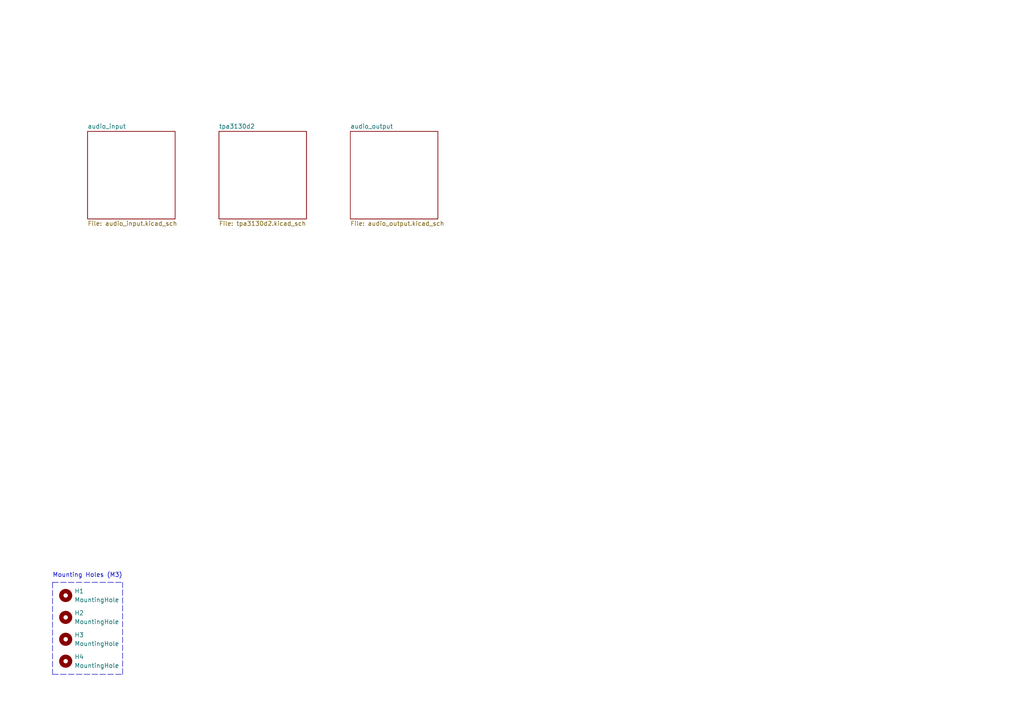
<source format=kicad_sch>
(kicad_sch (version 20231120) (generator "eeschema") (generator_version "8.0")
  (paper "A4")
  (lib_symbols
    (symbol "Mechanical:MountingHole" (pin_names (offset 1.016))
      (property "Reference" "H" (at 0 5.08 0))
      (property "Value" "MountingHole" (at 0 3.175 0))
      (symbol "MountingHole_0_1"
        (circle (center 0 0) (radius 1.27) (stroke (width 1.27)))
      )
    )
  )
  (polyline (pts (xy 35.56 195.58) (xy 35.56 168.91)) (stroke (width 0) (type dash)))
  (polyline (pts (xy 15.24 168.91) (xy 35.56 168.91)) (stroke (width 0) (type dash)))
  (polyline (pts (xy 15.24 168.91) (xy 15.24 195.58)) (stroke (width 0) (type dash)))
  (polyline (pts (xy 15.24 195.58) (xy 35.56 195.58)) (stroke (width 0) (type dash)))
  (text "Mounting Holes (M3)" (at 15.24 167.64 0) (effects (font (size 1.27 1.27)) (justify left bottom)))
  (symbol (lib_id "Mechanical:MountingHole") (at 19.05 185.42 0) (unit 1)
    (property "Reference" "H3" (at 21.59 184.1499 0) (effects (justify left)))
    (property "Value" "MountingHole" (at 21.59 186.6899 0) (effects (justify left)))
    (property "Footprint" "MountingHole:MountingHole_3.2mm_M3" (effects (hide yes)))
  )
  (symbol (lib_id "Mechanical:MountingHole") (at 19.05 172.72 0) (unit 1)
    (property "Reference" "H1" (at 21.59 171.4499 0) (effects (justify left)))
    (property "Value" "MountingHole" (at 21.59 173.9899 0) (effects (justify left)))
    (property "Footprint" "MountingHole:MountingHole_3.2mm_M3" (effects (hide yes)))
  )
  (symbol (lib_id "Mechanical:MountingHole") (at 19.05 191.77 0) (unit 1)
    (property "Reference" "H4" (at 21.59 190.4999 0) (effects (justify left)))
    (property "Value" "MountingHole" (at 21.59 193.0399 0) (effects (justify left)))
    (property "Footprint" "MountingHole:MountingHole_3.2mm_M3" (effects (hide yes)))
  )
  (symbol (lib_id "Mechanical:MountingHole") (at 19.05 179.07 0) (unit 1)
    (property "Reference" "H2" (at 21.59 177.7999 0) (effects (justify left)))
    (property "Value" "MountingHole" (at 21.59 180.3399 0) (effects (justify left)))
    (property "Footprint" "MountingHole:MountingHole_3.2mm_M3" (effects (hide yes)))
  )
  (sheet (at 63.5 38.1) (size 25.4 25.4) (stroke (width 0.1524))
    (property "Sheetname" "tpa3130d2" (at 63.5 37.3884 0) (effects (justify left bottom)))
    (property "Sheetfile" "tpa3130d2.kicad_sch" (at 63.5 64.0846 0) (effects (justify left top)))
  )
  (sheet (at 25.4 38.1) (size 25.4 25.4) (stroke (width 0.1524))
    (property "Sheetname" "audio_input" (at 25.4 37.3884 0) (effects (justify left bottom)))
    (property "Sheetfile" "audio_input.kicad_sch" (at 25.4 64.0846 0) (effects (justify left top)))
  )
  (sheet (at 101.6 38.1) (size 25.4 25.4) (stroke (width 0.1524))
    (property "Sheetname" "audio_output" (at 101.6 37.3884 0) (effects (justify left bottom)))
    (property "Sheetfile" "audio_output.kicad_sch" (at 101.6 64.0846 0) (effects (justify left top)))
  )
)
</source>
